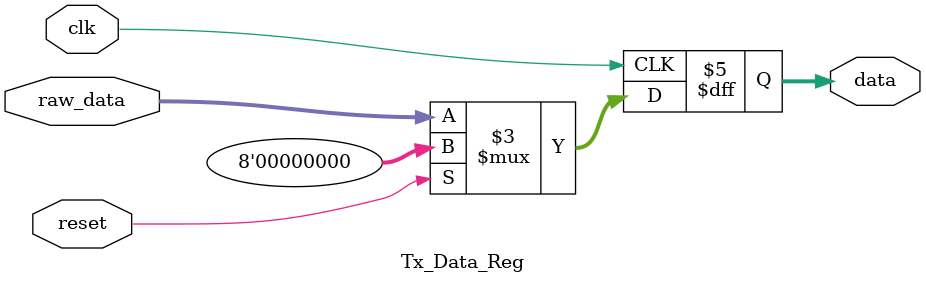
<source format=sv>
module Tx_Data_Reg(
    input logic  [7:0]  raw_data,
    input logic         clk,
    input logic         reset,
    output logic [7:0]  data
);

always_ff @(posedge clk) begin
    if (reset)
      begin data <= 8'h00; end
    else
      begin data <= raw_data; end
end
endmodule
</source>
